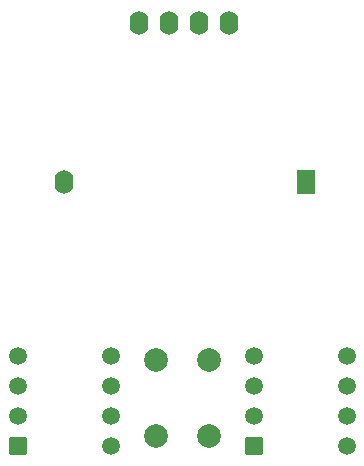
<source format=gbr>
%TF.GenerationSoftware,KiCad,Pcbnew,8.0.2-8.0.2-0~ubuntu22.04.1*%
%TF.CreationDate,2024-05-02T20:41:03+02:00*%
%TF.ProjectId,Schimpfolino_EEPROM,53636869-6d70-4666-9f6c-696e6f5f4545,rev?*%
%TF.SameCoordinates,Original*%
%TF.FileFunction,Soldermask,Bot*%
%TF.FilePolarity,Negative*%
%FSLAX46Y46*%
G04 Gerber Fmt 4.6, Leading zero omitted, Abs format (unit mm)*
G04 Created by KiCad (PCBNEW 8.0.2-8.0.2-0~ubuntu22.04.1) date 2024-05-02 20:41:03*
%MOMM*%
%LPD*%
G01*
G04 APERTURE LIST*
G04 Aperture macros list*
%AMRoundRect*
0 Rectangle with rounded corners*
0 $1 Rounding radius*
0 $2 $3 $4 $5 $6 $7 $8 $9 X,Y pos of 4 corners*
0 Add a 4 corners polygon primitive as box body*
4,1,4,$2,$3,$4,$5,$6,$7,$8,$9,$2,$3,0*
0 Add four circle primitives for the rounded corners*
1,1,$1+$1,$2,$3*
1,1,$1+$1,$4,$5*
1,1,$1+$1,$6,$7*
1,1,$1+$1,$8,$9*
0 Add four rect primitives between the rounded corners*
20,1,$1+$1,$2,$3,$4,$5,0*
20,1,$1+$1,$4,$5,$6,$7,0*
20,1,$1+$1,$6,$7,$8,$9,0*
20,1,$1+$1,$8,$9,$2,$3,0*%
G04 Aperture macros list end*
%ADD10O,1.600000X2.000000*%
%ADD11C,2.000000*%
%ADD12R,1.600000X2.000000*%
%ADD13RoundRect,0.102000X-0.654000X-0.654000X0.654000X-0.654000X0.654000X0.654000X-0.654000X0.654000X0*%
%ADD14C,1.512000*%
G04 APERTURE END LIST*
D10*
%TO.C,Brd1*%
X112380000Y-53000000D03*
X114920000Y-53000000D03*
X117460000Y-53000000D03*
X120000000Y-53000000D03*
%TD*%
D11*
%TO.C,SW2*%
X113800000Y-88000000D03*
X113800000Y-81500000D03*
X118300000Y-88000000D03*
X118300000Y-81500000D03*
%TD*%
D12*
%TO.C,BT1*%
X126500000Y-66499879D03*
D10*
X106000000Y-66499879D03*
%TD*%
D13*
%TO.C,U2*%
X102065000Y-88810000D03*
D14*
X102065000Y-86270000D03*
X102065000Y-83730000D03*
X102065000Y-81190000D03*
X109935000Y-81190000D03*
X109935000Y-83730000D03*
X109935000Y-86270000D03*
X109935000Y-88810000D03*
%TD*%
D13*
%TO.C,U1*%
X122065000Y-88810000D03*
D14*
X122065000Y-86270000D03*
X122065000Y-83730000D03*
X122065000Y-81190000D03*
X129935000Y-81190000D03*
X129935000Y-83730000D03*
X129935000Y-86270000D03*
X129935000Y-88810000D03*
%TD*%
M02*

</source>
